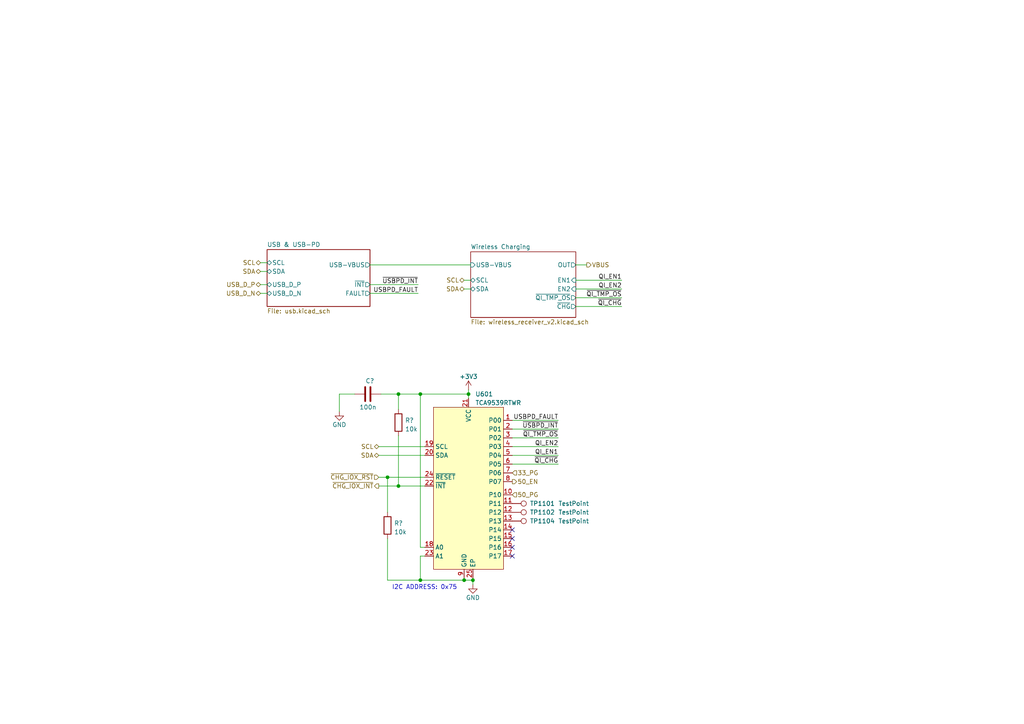
<source format=kicad_sch>
(kicad_sch (version 20230121) (generator eeschema)
  (paper "A4")
  (lib_symbols
    (symbol "Capstone:TCA9539RTWR_"
      (property "Reference" "U" (at 6.35 -25.4 0))
      (property "Value" "TCA9539RTWR" (at 7.62 24.13 0))
      (symbol "TCA9539RTWR__1_1"
        (rectangle (start -10.16 22.86) (end 10.16 -24.13) (fill (type background)))
        (pin bidirectional line (at 12.7 19.05 180) (length 2.54) (name "P00") (number "1"))
        (pin bidirectional line (at 12.7 -2.54 180) (length 2.54) (name "P10") (number "10"))
        (pin bidirectional line (at 12.7 -5.08 180) (length 2.54) (name "P11") (number "11"))
        (pin bidirectional line (at 12.7 -7.62 180) (length 2.54) (name "P12") (number "12"))
        (pin bidirectional line (at 12.7 -10.16 180) (length 2.54) (name "P13") (number "13"))
        (pin bidirectional line (at 12.7 -12.7 180) (length 2.54) (name "P14") (number "14"))
        (pin bidirectional line (at 12.7 -15.24 180) (length 2.54) (name "P15") (number "15"))
        (pin bidirectional line (at 12.7 -17.78 180) (length 2.54) (name "P16") (number "16"))
        (pin bidirectional line (at 12.7 -20.32 180) (length 2.54) (name "P17") (number "17"))
        (pin input line (at -12.7 -17.78 0) (length 2.54) (name "A0") (number "18"))
        (pin input line (at -12.7 11.43 0) (length 2.54) (name "SCL") (number "19"))
        (pin bidirectional line (at 12.7 16.51 180) (length 2.54) (name "P01") (number "2"))
        (pin input line (at -12.7 8.89 0) (length 2.54) (name "SDA") (number "20"))
        (pin power_in line (at 0 25.4 270) (length 2.54) (name "VCC") (number "21"))
        (pin output line (at -12.7 0 0) (length 2.54) (name "~{INT}") (number "22"))
        (pin input line (at -12.7 -20.32 0) (length 2.54) (name "A1") (number "23"))
        (pin input line (at -12.7 2.54 0) (length 2.54) (name "~{RESET}") (number "24"))
        (pin power_in line (at 1.27 -26.67 90) (length 2.54) (name "EP") (number "25"))
        (pin bidirectional line (at 12.7 13.97 180) (length 2.54) (name "P02") (number "3"))
        (pin bidirectional line (at 12.7 11.43 180) (length 2.54) (name "P03") (number "4"))
        (pin bidirectional line (at 12.7 8.89 180) (length 2.54) (name "P04") (number "5"))
        (pin bidirectional line (at 12.7 6.35 180) (length 2.54) (name "P05") (number "6"))
        (pin bidirectional line (at 12.7 3.81 180) (length 2.54) (name "P06") (number "7"))
        (pin bidirectional line (at 12.7 1.27 180) (length 2.54) (name "P07") (number "8"))
        (pin power_in line (at -1.27 -26.67 90) (length 2.54) (name "GND") (number "9"))
      )
    )
    (symbol "Connector:TestPoint" (pin_numbers hide) (pin_names (offset 0.762) hide)
      (property "Reference" "TP" (at 0 6.858 0))
      (property "Value" "TestPoint" (at 0 5.08 0))
      (symbol "TestPoint_0_1"
        (circle (center 0 3.302) (radius 0.762))
      )
      (symbol "TestPoint_1_1"
        (pin passive line (at 0 0 90) (length 2.54) (name "1") (number "1"))
      )
    )
    (symbol "Device:C" (pin_numbers hide) (pin_names (offset 0.254))
      (property "Reference" "C" (at 0.635 2.54 0))
      (property "Value" "C" (at 0.635 -2.54 0))
      (symbol "C_0_1"
        (polyline (pts (xy -2.032 -0.762) (xy 2.032 -0.762)) (stroke (width 0.508)))
        (polyline (pts (xy -2.032 0.762) (xy 2.032 0.762)) (stroke (width 0.508)))
      )
      (symbol "C_1_1"
        (pin passive line (at 0 3.81 270) (length 2.794) (name "~") (number "1"))
        (pin passive line (at 0 -3.81 90) (length 2.794) (name "~") (number "2"))
      )
    )
    (symbol "Device:R" (pin_numbers hide) (pin_names (offset 0))
      (property "Reference" "R" (at 2.032 0 90))
      (property "Value" "R" (at 0 0 90))
      (symbol "R_0_1"
        (rectangle (start -1.016 -2.54) (end 1.016 2.54) (stroke (width 0.254)))
      )
      (symbol "R_1_1"
        (pin passive line (at 0 3.81 270) (length 1.27) (name "~") (number "1"))
        (pin passive line (at 0 -3.81 90) (length 1.27) (name "~") (number "2"))
      )
    )
    (symbol "power:+3V3" (power) (pin_names (offset 0))
      (property "Value" "+3V3" (at 0 3.556 0))
      (symbol "+3V3_0_1"
        (polyline (pts (xy -0.762 1.27) (xy 0 2.54)))
        (polyline (pts (xy 0 0) (xy 0 2.54)))
        (polyline (pts (xy 0 2.54) (xy 0.762 1.27)))
      )
      (symbol "+3V3_1_1"
        (pin power_in line (at 0 0 90) (length 0) hide (name "+3V3") (number "1"))
      )
    )
    (symbol "power:GND" (power) (pin_names (offset 0))
      (property "Value" "GND" (at 0 -3.81 0))
      (symbol "GND_0_1"
        (polyline (pts (xy 0 0) (xy 0 -1.27) (xy 1.27 -1.27) (xy 0 -2.54) (xy -1.27 -1.27) (xy 0 -1.27)))
      )
      (symbol "GND_1_1"
        (pin power_in line (at 0 0 270) (length 0) hide (name "GND") (number "1"))
      )
    )
  )
  (junction (at 121.92 114.3))
  (junction (at 121.92 168.275))
  (junction (at 115.57 140.97))
  (junction (at 134.62 168.275))
  (junction (at 137.16 168.275))
  (junction (at 115.57 114.3))
  (junction (at 112.395 138.43))
  (junction (at 135.89 114.3))
  (no_connect (at 148.59 158.75))
  (no_connect (at 148.59 156.21))
  (no_connect (at 148.59 153.67))
  (no_connect (at 148.59 161.29))
  (wire (pts (xy 112.395 138.43) (xy 112.395 148.59)))
  (wire (pts (xy 121.92 168.275) (xy 134.62 168.275)))
  (wire (pts (xy 107.315 85.09) (xy 121.285 85.09)))
  (wire (pts (xy 137.16 168.275) (xy 137.16 169.545)))
  (wire (pts (xy 98.425 114.3) (xy 98.425 119.38)))
  (wire (pts (xy 115.57 126.365) (xy 115.57 140.97)))
  (wire (pts (xy 167.005 81.28) (xy 180.34 81.28)))
  (wire (pts (xy 148.59 129.54) (xy 161.925 129.54)))
  (wire (pts (xy 135.89 113.03) (xy 135.89 114.3)))
  (wire (pts (xy 167.005 86.36) (xy 180.34 86.36)))
  (wire (pts (xy 134.62 83.82) (xy 136.525 83.82)))
  (wire (pts (xy 75.565 85.09) (xy 77.47 85.09)))
  (wire (pts (xy 134.62 81.28) (xy 136.525 81.28)))
  (wire (pts (xy 115.57 140.97) (xy 123.19 140.97)))
  (wire (pts (xy 121.92 161.29) (xy 121.92 168.275)))
  (wire (pts (xy 107.315 76.835) (xy 136.525 76.835)))
  (wire (pts (xy 121.92 114.3) (xy 121.92 158.75)))
  (wire (pts (xy 109.855 132.08) (xy 123.19 132.08)))
  (wire (pts (xy 112.395 168.275) (xy 121.92 168.275)))
  (wire (pts (xy 121.92 114.3) (xy 135.89 114.3)))
  (wire (pts (xy 148.59 127) (xy 161.925 127)))
  (wire (pts (xy 75.565 76.2) (xy 77.47 76.2)))
  (wire (pts (xy 110.49 114.3) (xy 115.57 114.3)))
  (wire (pts (xy 75.565 78.74) (xy 77.47 78.74)))
  (wire (pts (xy 102.87 114.3) (xy 98.425 114.3)))
  (wire (pts (xy 148.59 134.62) (xy 161.925 134.62)))
  (wire (pts (xy 121.92 161.29) (xy 123.19 161.29)))
  (wire (pts (xy 109.855 138.43) (xy 112.395 138.43)))
  (wire (pts (xy 167.005 76.835) (xy 170.18 76.835)))
  (wire (pts (xy 115.57 114.3) (xy 121.92 114.3)))
  (wire (pts (xy 109.855 140.97) (xy 115.57 140.97)))
  (wire (pts (xy 75.565 82.55) (xy 77.47 82.55)))
  (wire (pts (xy 167.005 88.9) (xy 180.34 88.9)))
  (wire (pts (xy 148.59 124.46) (xy 161.925 124.46)))
  (wire (pts (xy 148.59 121.92) (xy 161.925 121.92)))
  (wire (pts (xy 107.315 82.55) (xy 121.285 82.55)))
  (wire (pts (xy 112.395 156.21) (xy 112.395 168.275)))
  (wire (pts (xy 134.62 167.64) (xy 134.62 168.275)))
  (wire (pts (xy 109.855 129.54) (xy 123.19 129.54)))
  (wire (pts (xy 123.19 158.75) (xy 121.92 158.75)))
  (wire (pts (xy 112.395 138.43) (xy 123.19 138.43)))
  (wire (pts (xy 135.89 114.3) (xy 135.89 115.57)))
  (wire (pts (xy 115.57 114.3) (xy 115.57 118.745)))
  (wire (pts (xy 134.62 168.275) (xy 137.16 168.275)))
  (wire (pts (xy 148.59 132.08) (xy 161.925 132.08)))
  (wire (pts (xy 167.005 83.82) (xy 180.34 83.82)))
  (wire (pts (xy 137.16 167.64) (xy 137.16 168.275)))
  (text "I2C ADDRESS: 0x75\n\n\n" (at 113.665 175.26 0) (effects (font (size 1.27 1.27)) (justify left bottom)))
  (label "QI_EN2" (at 161.925 129.54 180))
  (label "QI_EN1" (at 180.34 81.28 180))
  (label "~{USBPD_INT}" (at 161.925 124.46 180))
  (label "~{QI_TMP_OS}" (at 180.34 86.36 180))
  (label "~{QI_CHG}" (at 161.925 134.62 180))
  (label "USBPD_FAULT" (at 121.285 85.09 180))
  (label "~{QI_CHG}" (at 180.34 88.9 180))
  (label "USBPD_FAULT" (at 161.925 121.92 180))
  (label "~{QI_TMP_OS}" (at 161.925 127 180))
  (label "~{USBPD_INT}" (at 121.285 82.55 180))
  (label "QI_EN1" (at 161.925 132.08 180))
  (label "QI_EN2" (at 180.34 83.82 180))
  (hierarchical_label "SDA" (shape bidirectional) (at 109.855 132.08 180))
  (hierarchical_label "SDA" (shape bidirectional) (at 75.565 78.74 180))
  (hierarchical_label "SCL" (shape bidirectional) (at 134.62 81.28 180))
  (hierarchical_label "~{CHG_IOX_INT}" (shape output) (at 109.855 140.97 180))
  (hierarchical_label "USB_D_P" (shape bidirectional) (at 75.565 82.55 180))
  (hierarchical_label "VBUS" (shape output) (at 170.18 76.835 0))
  (hierarchical_label "SCL" (shape bidirectional) (at 109.855 129.54 180))
  (hierarchical_label "~{CHG_IOX_RST}" (shape input) (at 109.855 138.43 180))
  (hierarchical_label "50_PG" (shape input) (at 148.59 143.51 0))
  (hierarchical_label "SCL" (shape bidirectional) (at 75.565 76.2 180))
  (hierarchical_label "33_PG" (shape input) (at 148.59 137.16 0))
  (hierarchical_label "50_EN" (shape output) (at 148.59 139.7 0))
  (hierarchical_label "SDA" (shape bidirectional) (at 134.62 83.82 180))
  (hierarchical_label "USB_D_N" (shape bidirectional) (at 75.565 85.09 180))
  (symbol (lib_id "Capstone:TCA9539RTWR_") (at 135.89 140.97 0) (unit 1)
    (property "Reference" "U601" (at 137.8459 114.3 0) (effects (justify left)))
    (property "Value" "TCA9539RTWR" (at 137.8459 116.84 0) (effects (justify left)))
    (property "Footprint" "capstone:WQFN-24-1EP_4x4mm_P0.5mm_EP2.45x2.45mm" (effects hide))
    (instances (project "low-power" (path "" (reference "U601") (unit 1)) (path "" (reference "U1002") (unit 1))))
  )
  (symbol (lib_id "Connector:TestPoint") (at 148.59 146.05 270) (unit 1)
    (property "Reference" "TP1101" (at 153.67 146.05 90) (effects (justify left)))
    (property "Value" "TestPoint" (at 161.925 146.05 90) (effects (justify left)))
    (property "Footprint" "TestPoint:TestPoint_Pad_D1.0mm" (effects hide))
  )
  (symbol (lib_id "Connector:TestPoint") (at 148.59 151.13 270) (unit 1)
    (property "Reference" "TP1104" (at 153.67 151.13 90) (effects (justify left)))
    (property "Value" "TestPoint" (at 161.925 151.13 90) (effects (justify left)))
    (property "Footprint" "TestPoint:TestPoint_Pad_D1.0mm" (effects hide))
  )
  (symbol (lib_id "Device:C") (at 106.68 114.3 90) (unit 1)
    (property "Reference" "C?" (at 108.585 110.49 90) (effects (justify left)))
    (property "Value" "100n" (at 109.22 118.11 90) (effects (justify left)))
    (property "Footprint" "Capacitor_SMD:C_0201_0603Metric" (effects hide))
    (instances (project "low-power" (path "" (reference "C?") (unit 1)) (path "" (reference "C601") (unit 1)) (path "" (reference "C1006") (unit 1))))
  )
  (symbol (lib_id "power:GND") (at 137.16 169.545 0) (unit 1)
    (property "Reference" "#PWR?" (effects hide))
    (property "Value" "GND" (at 137.16 173.355 0))
    (instances (project "low-power" (path "" (reference "#PWR?") (unit 1)) (path "" (reference "#PWR0605") (unit 1)) (path "" (reference "#PWR01006") (unit 1))))
  )
  (symbol (lib_id "Device:R") (at 115.57 122.555 0) (unit 1)
    (property "Reference" "R?" (at 117.475 121.92 0) (effects (justify left)))
    (property "Value" "10k" (at 117.475 124.46 0) (effects (justify left)))
    (property "Footprint" "Resistor_SMD:R_0201_0603Metric" (effects hide))
    (instances (project "low-power" (path "" (reference "R?") (unit 1)) (path "" (reference "R602") (unit 1)) (path "" (reference "R1011") (unit 1))))
  )
  (symbol (lib_id "Connector:TestPoint") (at 148.59 148.59 270) (unit 1)
    (property "Reference" "TP1102" (at 153.67 148.59 90) (effects (justify left)))
    (property "Value" "TestPoint" (at 161.925 148.59 90) (effects (justify left)))
    (property "Footprint" "TestPoint:TestPoint_Pad_D1.0mm" (effects hide))
  )
  (symbol (lib_id "power:GND") (at 98.425 119.38 0) (unit 1)
    (property "Reference" "#PWR?" (effects hide))
    (property "Value" "GND" (at 98.425 123.19 0))
    (instances (project "low-power" (path "" (reference "#PWR?") (unit 1)) (path "" (reference "#PWR0601") (unit 1)) (path "" (reference "#PWR01004") (unit 1))))
  )
  (symbol (lib_id "power:+3V3") (at 135.89 113.03 0) (unit 1)
    (property "Reference" "#PWR?" (effects hide))
    (property "Value" "+3V3" (at 135.89 109.22 0))
    (instances (project "low-power" (path "" (reference "#PWR?") (unit 1)) (path "" (reference "#PWR0604") (unit 1)) (path "" (reference "#PWR01005") (unit 1))))
  )
  (symbol (lib_id "Device:R") (at 112.395 152.4 0) (unit 1)
    (property "Reference" "R?" (at 114.3 151.765 0) (effects (justify left)))
    (property "Value" "10k" (at 114.3 154.305 0) (effects (justify left)))
    (property "Footprint" "Resistor_SMD:R_0201_0603Metric" (effects hide))
    (instances (project "low-power" (path "" (reference "R?") (unit 1)) (path "" (reference "R601") (unit 1)) (path "" (reference "R1010") (unit 1))))
  )
  (sheet (at 136.525 73.025) (size 30.48 19.05) (stroke (width 0.1524))
    (property "Sheetname" "Wireless Charging" (at 136.525 72.3134 0) (effects (justify left bottom)))
    (property "Sheetfile" "wireless_receiver_v2.kicad_sch" (at 136.525 92.6596 0) (effects (justify left top)))
    (pin "EN1" input (at 167.005 81.28 0))
    (pin "OUT" output (at 167.005 76.835 0))
    (pin "~{QI_TMP_OS}" output (at 167.005 86.36 0))
    (pin "SCL" bidirectional (at 136.525 81.28 180))
    (pin "SDA" bidirectional (at 136.525 83.82 180))
    (pin "EN2" input (at 167.005 83.82 0))
    (pin "~{CHG}" output (at 167.005 88.9 0))
    (pin "USB-VBUS" input (at 136.525 76.835 180))
  )
  (sheet (at 77.47 72.39) (size 29.845 16.51) (stroke (width 0.1524))
    (property "Sheetname" "USB & USB-PD" (at 77.47 71.6784 0) (effects (justify left bottom)))
    (property "Sheetfile" "usb.kicad_sch" (at 77.47 89.4846 0) (effects (justify left top)))
    (pin "FAULT" output (at 107.315 85.09 0))
    (pin "~{INT}" output (at 107.315 82.55 0))
    (pin "SCL" bidirectional (at 77.47 76.2 180))
    (pin "SDA" bidirectional (at 77.47 78.74 180))
    (pin "USB-VBUS" output (at 107.315 76.835 0))
    (pin "USB_D_N" bidirectional (at 77.47 85.09 180))
    (pin "USB_D_P" bidirectional (at 77.47 82.55 180))
  )
)
</source>
